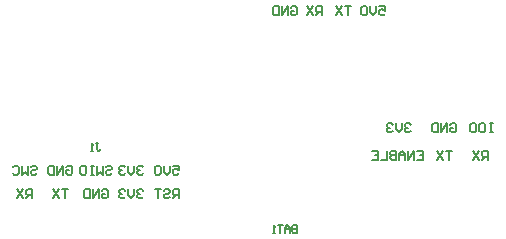
<source format=gbr>
%TF.GenerationSoftware,Altium Limited,Altium Designer,20.1.8 (145)*%
G04 Layer_Color=65535*
%FSLAX45Y45*%
%MOMM*%
%TF.SameCoordinates,A8D28DC8-49F5-44E5-8DCE-E7A12525CE2F*%
%TF.FilePolarity,Positive*%
%TF.FileFunction,Legend,Bot*%
%TF.Part,Single*%
G01*
G75*
%TA.AperFunction,NonConductor*%
%ADD36C,0.15240*%
%ADD37C,0.12700*%
D36*
X3300783Y2291416D02*
X3351567D01*
Y2253328D01*
X3326175Y2266024D01*
X3313479D01*
X3300783Y2253328D01*
Y2227936D01*
X3313479Y2215240D01*
X3338871D01*
X3351567Y2227936D01*
X3275391Y2291416D02*
Y2240632D01*
X3250000Y2215240D01*
X3224608Y2240632D01*
Y2291416D01*
X3199216Y2278720D02*
X3186520Y2291416D01*
X3161128D01*
X3148433Y2278720D01*
Y2227936D01*
X3161128Y2215240D01*
X3186520D01*
X3199216Y2227936D01*
Y2278720D01*
X3063480Y2291415D02*
X3012696D01*
X3038088D01*
Y2215240D01*
X2987304Y2291415D02*
X2936521Y2215240D01*
Y2291415D02*
X2987304Y2215240D01*
X2813480D02*
Y2291415D01*
X2775392D01*
X2762696Y2278719D01*
Y2253328D01*
X2775392Y2240632D01*
X2813480D01*
X2788088D02*
X2762696Y2215240D01*
X2737304Y2291415D02*
X2686521Y2215240D01*
Y2291415D02*
X2737304Y2215240D01*
X2550784Y2278719D02*
X2563479Y2291415D01*
X2588871D01*
X2601567Y2278719D01*
Y2227936D01*
X2588871Y2215240D01*
X2563479D01*
X2550784Y2227936D01*
Y2253328D01*
X2576175D01*
X2525392Y2215240D02*
Y2291415D01*
X2474608Y2215240D01*
Y2291415D01*
X2449216D02*
Y2215240D01*
X2411129D01*
X2398433Y2227936D01*
Y2278719D01*
X2411129Y2291415D01*
X2449216D01*
X3567306Y1289556D02*
X3554610Y1302252D01*
X3529218D01*
X3516522Y1289556D01*
Y1276860D01*
X3529218Y1264164D01*
X3541914D01*
X3529218D01*
X3516522Y1251468D01*
Y1238772D01*
X3529218Y1226077D01*
X3554610D01*
X3567306Y1238772D01*
X3491130Y1302252D02*
Y1251468D01*
X3465739Y1226077D01*
X3440347Y1251468D01*
Y1302252D01*
X3414955Y1289556D02*
X3402259Y1302252D01*
X3376867D01*
X3364172Y1289556D01*
Y1276860D01*
X3376867Y1264164D01*
X3389563D01*
X3376867D01*
X3364172Y1251468D01*
Y1238772D01*
X3376867Y1226077D01*
X3402259D01*
X3414955Y1238772D01*
X3899715Y1289556D02*
X3912411Y1302252D01*
X3937803D01*
X3950499Y1289556D01*
Y1238772D01*
X3937803Y1226077D01*
X3912411D01*
X3899715Y1238772D01*
Y1264164D01*
X3925107D01*
X3874323Y1226077D02*
Y1302252D01*
X3823540Y1226077D01*
Y1302252D01*
X3798148D02*
Y1226077D01*
X3760060D01*
X3747365Y1238772D01*
Y1289556D01*
X3760060Y1302252D01*
X3798148D01*
X4260958D02*
X4235566D01*
X4248262D01*
Y1226077D01*
X4260958D01*
X4235566D01*
X4159390Y1302252D02*
X4184782D01*
X4197478Y1289556D01*
Y1238772D01*
X4184782Y1226077D01*
X4159390D01*
X4146695Y1238772D01*
Y1289556D01*
X4159390Y1302252D01*
X4121303Y1289556D02*
X4108607Y1302252D01*
X4083215D01*
X4070519Y1289556D01*
Y1238772D01*
X4083215Y1226077D01*
X4108607D01*
X4121303Y1238772D01*
Y1289556D01*
X4218677Y991226D02*
Y1067402D01*
X4180589D01*
X4167893Y1054706D01*
Y1029314D01*
X4180589Y1016618D01*
X4218677D01*
X4193285D02*
X4167893Y991226D01*
X4142501Y1067402D02*
X4091718Y991226D01*
Y1067402D02*
X4142501Y991226D01*
X3918677Y1067402D02*
X3867893D01*
X3893285D01*
Y991226D01*
X3842501Y1067402D02*
X3791718Y991226D01*
Y1067402D02*
X3842501Y991226D01*
X3620244Y1067402D02*
X3671027D01*
Y991226D01*
X3620244D01*
X3671027Y1029314D02*
X3645636D01*
X3594852Y991226D02*
Y1067402D01*
X3544069Y991226D01*
Y1067402D01*
X3518677Y991226D02*
Y1042010D01*
X3493285Y1067402D01*
X3467893Y1042010D01*
Y991226D01*
Y1029314D01*
X3518677D01*
X3442501Y1067402D02*
Y991226D01*
X3404414D01*
X3391718Y1003922D01*
Y1016618D01*
X3404414Y1029314D01*
X3442501D01*
X3404414D01*
X3391718Y1042010D01*
Y1054706D01*
X3404414Y1067402D01*
X3442501D01*
X3366326D02*
Y991226D01*
X3315543D01*
X3239367Y1067402D02*
X3290151D01*
Y991226D01*
X3239367D01*
X3290151Y1029314D02*
X3264759D01*
X350783Y928720D02*
X363479Y941415D01*
X388871D01*
X401567Y928720D01*
Y916024D01*
X388871Y903328D01*
X363479D01*
X350783Y890632D01*
Y877936D01*
X363479Y865240D01*
X388871D01*
X401567Y877936D01*
X325392Y941415D02*
Y865240D01*
X300000Y890632D01*
X274608Y865240D01*
Y941415D01*
X198433Y928720D02*
X211128Y941415D01*
X236520D01*
X249216Y928720D01*
Y877936D01*
X236520Y865240D01*
X211128D01*
X198433Y877936D01*
X650784Y928720D02*
X663479Y941415D01*
X688871D01*
X701567Y928720D01*
Y877936D01*
X688871Y865240D01*
X663479D01*
X650784Y877936D01*
Y903328D01*
X676175D01*
X625392Y865240D02*
Y941415D01*
X574608Y865240D01*
Y941415D01*
X549216D02*
Y865240D01*
X511129D01*
X498433Y877936D01*
Y928720D01*
X511129Y941415D01*
X549216D01*
X982523Y928720D02*
X995219Y941415D01*
X1020611D01*
X1033307Y928720D01*
Y916024D01*
X1020611Y903328D01*
X995219D01*
X982523Y890632D01*
Y877936D01*
X995219Y865240D01*
X1020611D01*
X1033307Y877936D01*
X957131Y941415D02*
Y865240D01*
X931740Y890632D01*
X906348Y865240D01*
Y941415D01*
X880956D02*
X855564D01*
X868260D01*
Y865240D01*
X880956D01*
X855564D01*
X779389Y941415D02*
X804781D01*
X817477Y928720D01*
Y877936D01*
X804781Y865240D01*
X779389D01*
X766693Y877936D01*
Y928720D01*
X779389Y941415D01*
X1301567Y928720D02*
X1288871Y941415D01*
X1263479D01*
X1250783Y928720D01*
Y916024D01*
X1263479Y903328D01*
X1276175D01*
X1263479D01*
X1250783Y890632D01*
Y877936D01*
X1263479Y865240D01*
X1288871D01*
X1301567Y877936D01*
X1225392Y941415D02*
Y890632D01*
X1200000Y865240D01*
X1174608Y890632D01*
Y941415D01*
X1149216Y928720D02*
X1136520Y941415D01*
X1111128D01*
X1098433Y928720D01*
Y916024D01*
X1111128Y903328D01*
X1123824D01*
X1111128D01*
X1098433Y890632D01*
Y877936D01*
X1111128Y865240D01*
X1136520D01*
X1149216Y877936D01*
X1550784Y941415D02*
X1601567D01*
Y903328D01*
X1576175Y916024D01*
X1563479D01*
X1550784Y903328D01*
Y877936D01*
X1563479Y865240D01*
X1588871D01*
X1601567Y877936D01*
X1525392Y941415D02*
Y890632D01*
X1500000Y865240D01*
X1474608Y890632D01*
Y941415D01*
X1449216Y928720D02*
X1436520Y941415D01*
X1411128D01*
X1398433Y928720D01*
Y877936D01*
X1411128Y865240D01*
X1436520D01*
X1449216Y877936D01*
Y928720D01*
X1601567Y665240D02*
Y741416D01*
X1563479D01*
X1550784Y728720D01*
Y703328D01*
X1563479Y690632D01*
X1601567D01*
X1576175D02*
X1550784Y665240D01*
X1474608Y728720D02*
X1487304Y741416D01*
X1512696D01*
X1525392Y728720D01*
Y716024D01*
X1512696Y703328D01*
X1487304D01*
X1474608Y690632D01*
Y677936D01*
X1487304Y665240D01*
X1512696D01*
X1525392Y677936D01*
X1449216Y741416D02*
X1398433D01*
X1423824D01*
Y665240D01*
X1301567Y728720D02*
X1288871Y741416D01*
X1263479D01*
X1250783Y728720D01*
Y716024D01*
X1263479Y703328D01*
X1276175D01*
X1263479D01*
X1250783Y690632D01*
Y677936D01*
X1263479Y665240D01*
X1288871D01*
X1301567Y677936D01*
X1225392Y741416D02*
Y690632D01*
X1200000Y665240D01*
X1174608Y690632D01*
Y741416D01*
X1149216Y728720D02*
X1136520Y741416D01*
X1111128D01*
X1098433Y728720D01*
Y716024D01*
X1111128Y703328D01*
X1123824D01*
X1111128D01*
X1098433Y690632D01*
Y677936D01*
X1111128Y665240D01*
X1136520D01*
X1149216Y677936D01*
X950783Y728720D02*
X963479Y741416D01*
X988871D01*
X1001567Y728720D01*
Y677936D01*
X988871Y665240D01*
X963479D01*
X950783Y677936D01*
Y703328D01*
X976175D01*
X925392Y665240D02*
Y741416D01*
X874608Y665240D01*
Y741416D01*
X849216D02*
Y665240D01*
X811128D01*
X798433Y677936D01*
Y728720D01*
X811128Y741416D01*
X849216D01*
X663479D02*
X612696D01*
X638088D01*
Y665240D01*
X587304Y741416D02*
X536521Y665240D01*
Y741416D02*
X587304Y665240D01*
X363479D02*
Y741416D01*
X325392D01*
X312696Y728720D01*
Y703328D01*
X325392Y690632D01*
X363479D01*
X338087D02*
X312696Y665240D01*
X287304Y741416D02*
X236520Y665240D01*
Y741416D02*
X287304Y665240D01*
D37*
X900000Y1130470D02*
X920313D01*
X910157D01*
Y1079687D01*
X920313Y1069530D01*
X930470D01*
X940627Y1079687D01*
X879687Y1069530D02*
X859373D01*
X869530D01*
Y1130470D01*
X879687Y1120313D01*
X2602968Y436270D02*
Y375330D01*
X2572498D01*
X2562341Y385487D01*
Y395644D01*
X2572498Y405800D01*
X2602968D01*
X2572498D01*
X2562341Y415957D01*
Y426114D01*
X2572498Y436270D01*
X2602968D01*
X2542028Y375330D02*
Y415957D01*
X2521714Y436270D01*
X2501401Y415957D01*
Y375330D01*
Y405800D01*
X2542028D01*
X2481087Y436270D02*
X2440461D01*
X2460774D01*
Y375330D01*
X2420147D02*
X2399834D01*
X2409991D01*
Y436270D01*
X2420147Y426114D01*
%TF.MD5,e25d9cd2796f328ffc95478f8a0ad111*%
M02*

</source>
